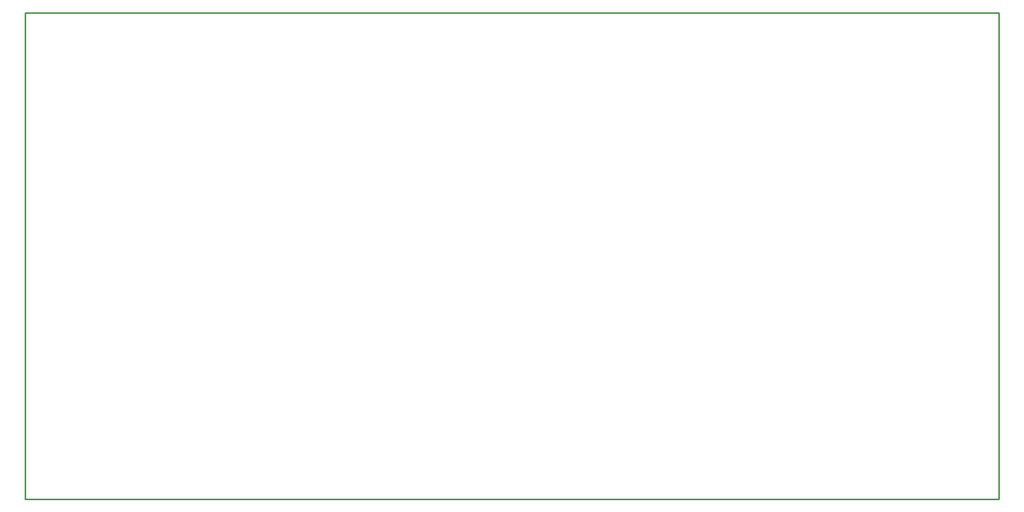
<source format=gbr>
G75*
G71*
%MOMM*%
%OFA0B0*%
%FSLAX53Y53*%
%IPPOS*%
%LPD*%
%ADD10C,0.25000*%
D10*
X0000000Y0000000D02*
X0000000Y0080260D01*
X0160520Y0080260D01*
X0160520Y0000000D01*
X0000000Y0000000D01*
M02*

</source>
